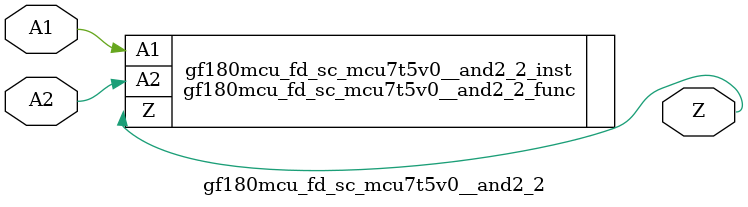
<source format=v>

module gf180mcu_fd_sc_mcu7t5v0__and2_2( A1, A2, Z );
input A1, A2;
output Z;

   `ifdef FUNCTIONAL  //  functional //

	gf180mcu_fd_sc_mcu7t5v0__and2_2_func gf180mcu_fd_sc_mcu7t5v0__and2_2_behav_inst(.A1(A1),.A2(A2),.Z(Z));

   `else

	gf180mcu_fd_sc_mcu7t5v0__and2_2_func gf180mcu_fd_sc_mcu7t5v0__and2_2_inst(.A1(A1),.A2(A2),.Z(Z));

	// spec_gates_begin


	// spec_gates_end



   specify

	// specify_block_begin

	// comb arc A1 --> Z
	 (A1 => Z) = (1.0,1.0);

	// comb arc A2 --> Z
	 (A2 => Z) = (1.0,1.0);

	// specify_block_end

   endspecify

   `endif

endmodule

</source>
